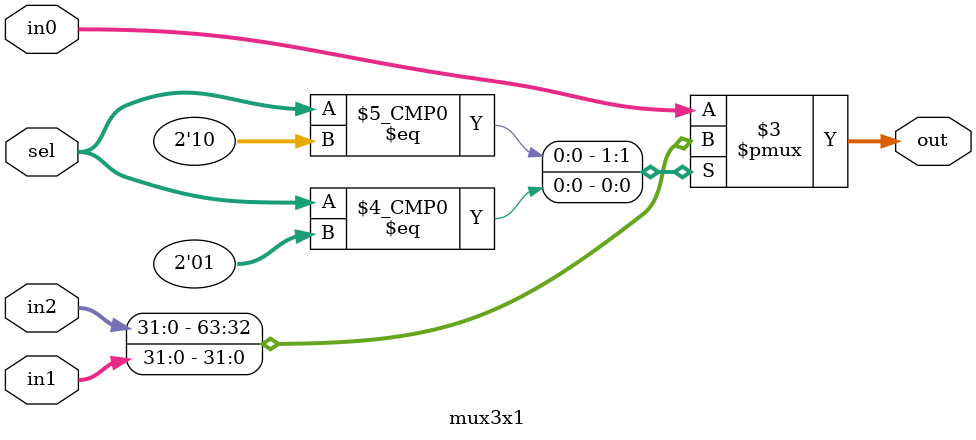
<source format=v>
module mux3x1 #(parameter n = 32)(
    input wire [1:0] sel,
    input wire [n-1:0] in0, in1, in2,
    output reg [n-1:0] out
);

// Use a single conditional assignment instead of multiple if-else statements
always @* begin
    case (sel)
        2'b10: out = in2;
        2'b01: out = in1;
        default: out = in0;
    endcase
end

endmodule

</source>
